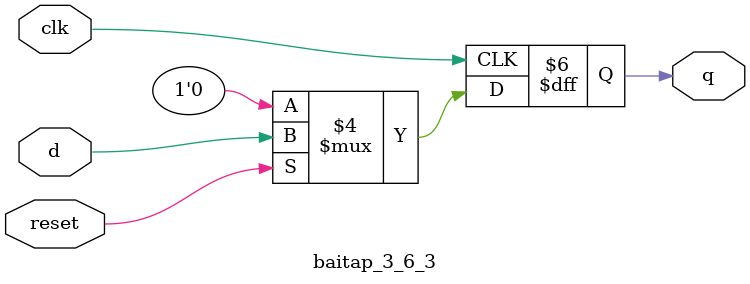
<source format=v>
module baitap_3_6_3(
	input d,
	input clk,
	input reset,
	output reg q
);
	always @(posedge clk) begin
		if(!reset) begin // nếu reset bật và cạnh clk lên
			q <= 1'b0;    // reset đồng bộ về 0
		end else begin
			q <= d;
		end
	end
endmodule
</source>
